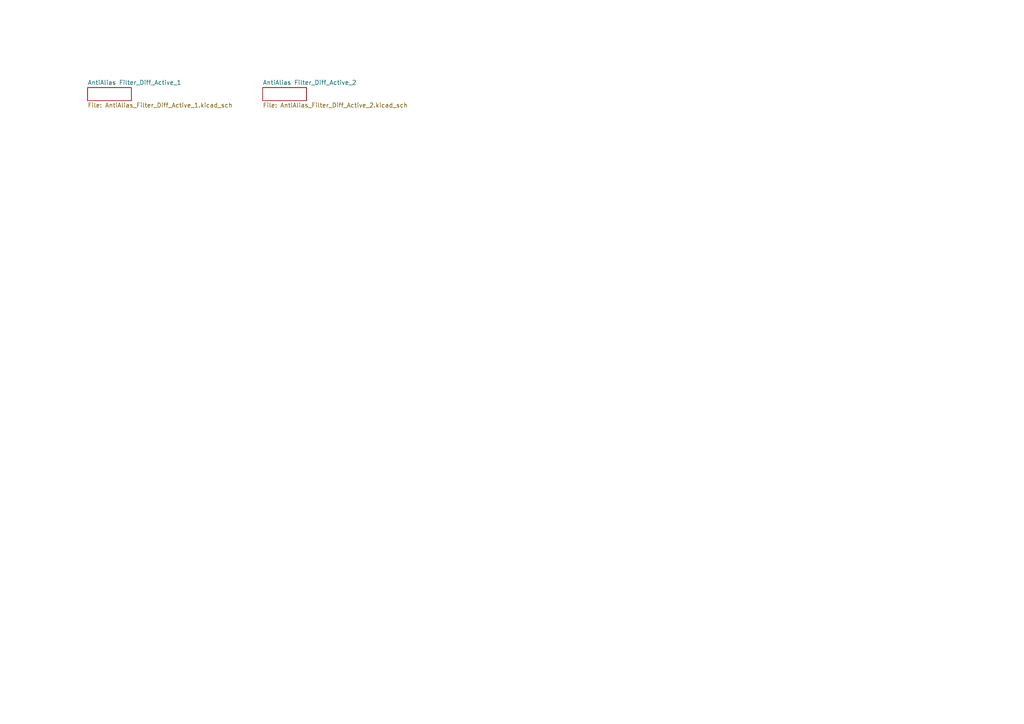
<source format=kicad_sch>
(kicad_sch (version 20211123) (generator eeschema)
  (paper "A4")
  (lib_symbols)
  (sheet (at 25.4 25.4) (size 12.7 3.81)
    (property "Sheet name" "AntiAlias Filter_Diff_Active_1" (at 25.4 24.6884 0) (effects (justify left bottom)))
    (property "Sheet file" "AntiAlias_Filter_Diff_Active_1.kicad_sch" (at 25.4 29.7946 0) (effects (justify left top)))
  )
  (sheet (at 76.2 25.4) (size 12.7 3.81)
    (property "Sheet name" "AntiAlias Filter_Diff_Active_2" (at 76.2 24.6884 0) (effects (justify left bottom)))
    (property "Sheet file" "AntiAlias_Filter_Diff_Active_2.kicad_sch" (at 76.2 29.7946 0) (effects (justify left top)))
  )
)
</source>
